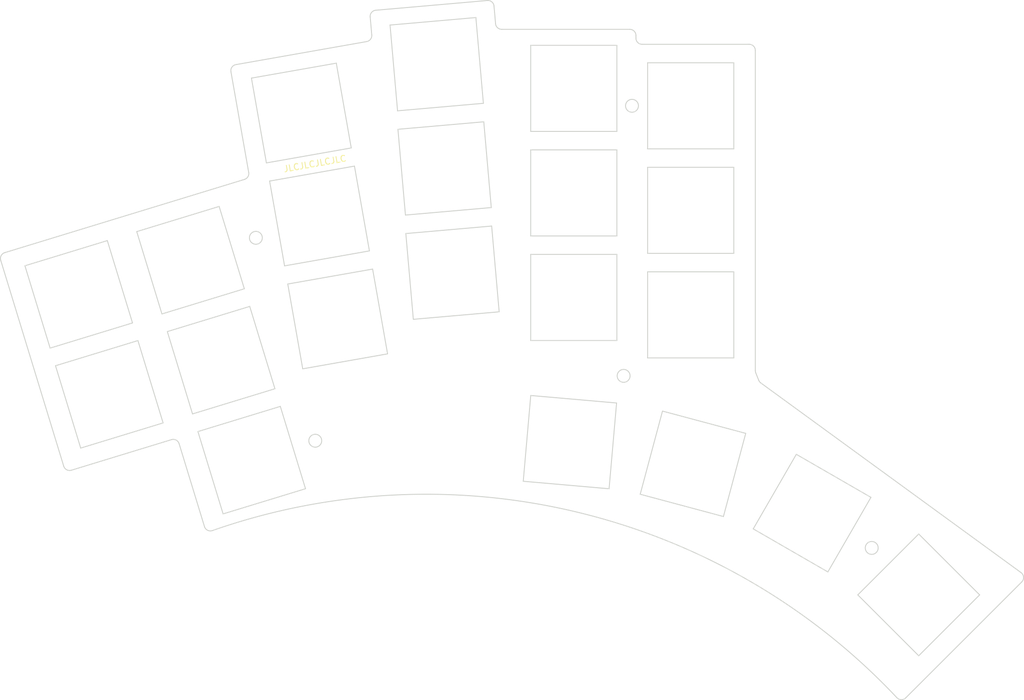
<source format=kicad_pcb>

            
(kicad_pcb (version 20211014) (generator pcbnew)

  (general
    (thickness 1.6)
  )

  (paper "A3")
  (title_block
    (title "porcupine_6x3_top_plate")
    (rev "v0.0.1")
    (company "Anarion")
  )

  (layers
    (0 "F.Cu" signal)
    (31 "B.Cu" signal)
    (32 "B.Adhes" user "B.Adhesive")
    (33 "F.Adhes" user "F.Adhesive")
    (34 "B.Paste" user)
    (35 "F.Paste" user)
    (36 "B.SilkS" user "B.Silkscreen")
    (37 "F.SilkS" user "F.Silkscreen")
    (38 "B.Mask" user)
    (39 "F.Mask" user)
    (40 "Dwgs.User" user "User.Drawings")
    (41 "Cmts.User" user "User.Comments")
    (42 "Eco1.User" user "User.Eco1")
    (43 "Eco2.User" user "User.Eco2")
    (44 "Edge.Cuts" user)
    (45 "Margin" user)
    (46 "B.CrtYd" user "B.Courtyard")
    (47 "F.CrtYd" user "F.Courtyard")
    (48 "B.Fab" user)
    (49 "F.Fab" user)
  )

  (setup
    (last_trace_width 0.25)
    (trace_clearance 0.2)
    (zone_clearance 0.508)
    (zone_45_only no)
    (trace_min 0.2)
    (via_size 0.8)
    (via_drill 0.4)
    (via_min_size 0.4)
    (via_min_drill 0.3)
    (uvia_size 0.3)
    (uvia_drill 0.1)
    (uvias_allowed no)
    (uvia_min_size 0.2)
    (uvia_min_drill 0.1)
    (edge_width 0.05)
    (segment_width 0.2)
    (pcb_text_width 0.3)
    (pcb_text_size 1.5 1.5)
    (mod_edge_width 0.12)
    (mod_text_size 1 1)
    (mod_text_width 0.15)
    (pad_size 1.524 1.524)
    (pad_drill 0.762)
    (pad_to_mask_clearance 0.05)
    (aux_axis_origin 0 0)
    (visible_elements FFFFFF7F)
    (pcbplotparams
      (layerselection 0x00010fc_ffffffff)
      (disableapertmacros false)
      (usegerberextensions false)
      (usegerberattributes true)
      (usegerberadvancedattributes true)
      (creategerberjobfile true)
      (svguseinch false)
      (svgprecision 6)
      (excludeedgelayer true)
      (plotframeref false)
      (viasonmask false)
      (mode 1)
      (useauxorigin false)
      (hpglpennumber 1)
      (hpglpenspeed 20)
      (hpglpendiameter 15.000000)
      (dxfpolygonmode true)
      (dxfimperialunits true)
      (dxfusepcbnewfont true)
      (psnegative false)
      (psa4output false)
      (plotreference true)
      (plotvalue true)
      (plotinvisibletext false)
      (sketchpadsonfab false)
      (subtractmaskfromsilk false)
      (outputformat 1)
      (mirror false)
      (drillshape 1)
      (scaleselection 1)
      (outputdirectory "")
    )
  )

            (net 0 "")
            
  (net_class Default "This is the default net class."
    (clearance 0.2)
    (trace_width 0.25)
    (via_dia 0.8)
    (via_drill 0.4)
    (uvia_dia 0.3)
    (uvia_drill 0.1)
    (add_net "")
  )

            
  (net_class Power "This is the power net class."
    (clearance 0.2)
    (trace_width 0.5)
    (via_dia 0.8)
    (via_drill 0.4)
    (uvia_dia 0.3)
    (uvia_drill 0.1)
    
  )

            
            (gr_text "JLCJLCJLCJLC" (at 173.27922189999998 97.1530294 10) (layer F.SilkS)
                (effects (font (size 1 1) (thickness 0.15) ) (justify left))
            )
        
            (gr_line (start 138.86850287868393 146.08339788849906) (end 155.12568375059772 141.1130789047931) (layer "Edge.Cuts") (width 0.15))
(gr_line (start 127.38681671165929 111.94879827991491) (end 137.61982637868394 145.41946478849906) (layer "Edge.Cuts") (width 0.15))
(gr_line (start 128.05074981165936 110.7001217799149) (end 166.9906777372163 98.7949911471105) (layer "Edge.Cuts") (width 0.15))
(gr_line (start 156.37436025059768 141.77701200479305) (end 160.49285977810226 155.24801720669473) (layer "Edge.Cuts") (width 0.15))
(gr_line (start 164.794914687541 81.28524671519892) (end 167.68311383721633 97.66503814711052) (layer "Edge.Cuts") (width 0.15))
(gr_line (start 165.60607428754102 80.12679071519892) (end 186.85563190501912 76.3799203565535) (layer "Edge.Cuts") (width 0.15))
(gr_line (start 188.330146035752 71.2862671541246) (end 206.4608895535126 69.70003263806576) (layer "Edge.Cuts") (width 0.15))
(gr_line (start 207.54423995351257 70.60907163806542) (end 207.79526473670603 73.47829779999984) (layer "Edge.Cuts") (width 0.15))
(gr_line (start 187.67817840501908 75.30795685655357) (end 187.42110703575207 72.36961755412449) (layer "Edge.Cuts") (width 0.15))
(gr_line (start 208.79145943670605 74.3911421) (end 229.6048262 74.3911421) (layer "Edge.Cuts") (width 0.15))
(gr_line (start 230.6048262 75.3911421) (end 230.6048262 75.8244754) (layer "Edge.Cuts") (width 0.15))
(gr_line (start 250.0048262 129.88189294999995) (end 250.0048262 77.8244754) (layer "Edge.Cuts") (width 0.15))
(gr_line (start 231.6048262 76.8244754) (end 249.0048262 76.8244754) (layer "Edge.Cuts") (width 0.15))
(gr_line (start 250.0763495 130.25328365000007) (end 250.55799810296773 131.45740515741932) (layer "Edge.Cuts") (width 0.15))
(gr_line (start 250.89722880296773 131.89396815741935) (end 293.1830240981611 162.7332787018389) (layer "Edge.Cuts") (width 0.15))
(gr_line (start 293.30088489816114 164.24833920183886) (end 274.44887409999995 183.10035) (layer "Edge.Cuts") (width 0.15))
(gr_arc (start 273.013116928676 183.07812902325304) (mid 221.42736785266263 152.9917944669328) (end 161.7798783735702 155.8993765568847) (layer "Edge.Cuts") (width 0.15))
(gr_arc (start 156.37436021164552 141.77701201670192) (mid 155.88752702873938 141.186436120099) (end 155.12568376250658 141.11307894374528) (layer "Edge.Cuts") (width 0.15))
(gr_arc (start 160.49285983895214 155.24801718809104) (mid 160.99760254763444 155.84788521715197) (end 161.77987838882314 155.89937660041062) (layer "Edge.Cuts") (width 0.15))
(gr_arc (start 273.0131169121078 183.07812903882612) (mid 273.7262923422515 183.39312345567197) (end 274.4488740811865 183.10034998118655) (layer "Edge.Cuts") (width 0.15))
(gr_arc (start 293.3008848793477 164.2483391830254) (mid 293.59076590345046 163.46367393289958) (end 293.18302408936376 162.73327871390154) (layer "Edge.Cuts") (width 0.15))
(gr_arc (start 250.55799811897901 131.4574051510148) (mid 250.69684366015184 131.69959628431394) (end 250.89722881176507 131.89396814535672) (layer "Edge.Cuts") (width 0.15))
(gr_arc (start 250.0048262 129.88189294999995) (mid 250.0228698150244 130.0710004802722) (end 250.07634951601133 130.25328364359552) (layer "Edge.Cuts") (width 0.15))
(gr_arc (start 250.0048262 77.8244754) (mid 249.71193298118655 77.11736861881344) (end 249.0048262 76.8244754) (layer "Edge.Cuts") (width 0.15))
(gr_arc (start 230.6048262 75.8244754) (mid 230.89771941881344 76.53158218118655) (end 231.6048262 76.8244754) (layer "Edge.Cuts") (width 0.15))
(gr_arc (start 230.6048262 75.3911421) (mid 230.31193298118654 74.68403531881344) (end 229.6048262 74.3911421) (layer "Edge.Cuts") (width 0.15))
(gr_arc (start 207.79526473488826 73.47829780015887) (mid 208.11586921333054 74.12841942236888) (end 208.79145943670605 74.3911421) (layer "Edge.Cuts") (width 0.15))
(gr_arc (start 207.54423995533034 70.60907163790638) (mid 207.19083289594852 69.93018292242647) (end 206.46088955335355 69.70003263624768) (layer "Edge.Cuts") (width 0.15))
(gr_arc (start 188.33014603559295 71.28626715230683) (mid 187.65125732011307 71.63967421168863) (end 187.42110703393425 72.36961755428352) (layer "Edge.Cuts") (width 0.15))
(gr_arc (start 186.85563189631026 76.37992030716305) (mid 187.47533703650845 76.00387399703268) (end 187.67817840683688 75.30795685639454) (layer "Edge.Cuts") (width 0.15))
(gr_arc (start 165.60607429624983 80.12679076458903) (mid 164.96057043531692 80.53802209018038) (end 164.79491473693113 81.28524670649011) (layer "Edge.Cuts") (width 0.15))
(gr_arc (start 166.9906777253074 98.79499110815824) (mid 167.55094620064105 98.36118491334288) (end 167.68311378782622 97.66503815581933) (layer "Edge.Cuts") (width 0.15))
(gr_arc (start 128.05074982356822 110.70012181886707) (mid 127.46017392696524 111.18695500177319) (end 127.38681675061149 111.94879826800603) (layer "Edge.Cuts") (width 0.15))
(gr_arc (start 137.61982641763612 145.4194647765902) (mid 138.10665960054223 146.01004067319315) (end 138.86850286677506 146.08339784954688) (layer "Edge.Cuts") (width 0.15))
(gr_line (start 140.38214960000002 142.48355429999998) (end 153.7704162 138.39035049999998) (layer "Edge.Cuts") (width 0.15))
(gr_line (start 153.7704162 138.39035049999998) (end 149.6772124 125.00208389999999) (layer "Edge.Cuts") (width 0.15))
(gr_line (start 149.6772124 125.00208389999999) (end 136.28894580000002 129.0952877) (layer "Edge.Cuts") (width 0.15))
(gr_line (start 136.28894580000002 129.0952877) (end 140.38214960000002 142.48355429999998) (layer "Edge.Cuts") (width 0.15))
(gr_line (start 135.41183060000003 126.22637339999999) (end 148.8000972 122.13316959999999) (layer "Edge.Cuts") (width 0.15))
(gr_line (start 148.8000972 122.13316959999999) (end 144.7068934 108.74490299999998) (layer "Edge.Cuts") (width 0.15))
(gr_line (start 144.7068934 108.74490299999998) (end 131.31862680000003 112.83810679999998) (layer "Edge.Cuts") (width 0.15))
(gr_line (start 131.31862680000003 112.83810679999998) (end 135.41183060000003 126.22637339999999) (layer "Edge.Cuts") (width 0.15))
(gr_line (start 163.52225900000002 153.1856728) (end 176.9105256 149.092469) (layer "Edge.Cuts") (width 0.15))
(gr_line (start 176.9105256 149.092469) (end 172.8173218 135.7042024) (layer "Edge.Cuts") (width 0.15))
(gr_line (start 172.8173218 135.7042024) (end 159.42905520000002 139.7974062) (layer "Edge.Cuts") (width 0.15))
(gr_line (start 159.42905520000002 139.7974062) (end 163.52225900000002 153.1856728) (layer "Edge.Cuts") (width 0.15))
(gr_line (start 158.55194000000003 136.92849189999998) (end 171.9402066 132.83528809999999) (layer "Edge.Cuts") (width 0.15))
(gr_line (start 171.9402066 132.83528809999999) (end 167.8470028 119.44702149999999) (layer "Edge.Cuts") (width 0.15))
(gr_line (start 167.8470028 119.44702149999999) (end 154.45873620000003 123.54022529999999) (layer "Edge.Cuts") (width 0.15))
(gr_line (start 154.45873620000003 123.54022529999999) (end 158.55194000000003 136.92849189999998) (layer "Edge.Cuts") (width 0.15))
(gr_line (start 153.58162100000004 120.67131099999999) (end 166.96988760000002 116.57810719999999) (layer "Edge.Cuts") (width 0.15))
(gr_line (start 166.96988760000002 116.57810719999999) (end 162.87668380000002 103.18984059999998) (layer "Edge.Cuts") (width 0.15))
(gr_line (start 162.87668380000002 103.18984059999998) (end 149.48841720000004 107.28304439999998) (layer "Edge.Cuts") (width 0.15))
(gr_line (start 149.48841720000004 107.28304439999998) (end 153.58162100000004 120.67131099999999) (layer "Edge.Cuts") (width 0.15))
(gr_line (start 176.46076829999998 129.59340179999998) (end 190.2480768 127.16232729999997) (layer "Edge.Cuts") (width 0.15))
(gr_line (start 190.2480768 127.16232729999997) (end 187.8170023 113.37501879999998) (layer "Edge.Cuts") (width 0.15))
(gr_line (start 187.8170023 113.37501879999998) (end 174.0296938 115.80609329999997) (layer "Edge.Cuts") (width 0.15))
(gr_line (start 174.0296938 115.80609329999997) (end 176.46076829999998 129.59340179999998) (layer "Edge.Cuts") (width 0.15))
(gr_line (start 173.50874929999998 112.85166999999998) (end 187.2960578 110.42059549999999) (layer "Edge.Cuts") (width 0.15))
(gr_line (start 187.2960578 110.42059549999999) (end 184.8649833 96.633287) (layer "Edge.Cuts") (width 0.15))
(gr_line (start 184.8649833 96.633287) (end 171.07767479999998 99.06436149999999) (layer "Edge.Cuts") (width 0.15))
(gr_line (start 171.07767479999998 99.06436149999999) (end 173.50874929999998 112.85166999999998) (layer "Edge.Cuts") (width 0.15))
(gr_line (start 170.55673029999997 96.10993819999999) (end 184.3440388 93.6788637) (layer "Edge.Cuts") (width 0.15))
(gr_line (start 184.3440388 93.6788637) (end 181.9129643 79.8915552) (layer "Edge.Cuts") (width 0.15))
(gr_line (start 181.9129643 79.8915552) (end 168.12565579999998 82.3226297) (layer "Edge.Cuts") (width 0.15))
(gr_line (start 168.12565579999998 82.3226297) (end 170.55673029999997 96.10993819999999) (layer "Edge.Cuts") (width 0.15))
(gr_line (start 194.4337576 121.5455541) (end 208.3804834 120.3253737) (layer "Edge.Cuts") (width 0.15))
(gr_line (start 208.3804834 120.3253737) (end 207.16030300000003 106.3786479) (layer "Edge.Cuts") (width 0.15))
(gr_line (start 207.16030300000003 106.3786479) (end 193.21357720000003 107.59882830000001) (layer "Edge.Cuts") (width 0.15))
(gr_line (start 193.21357720000003 107.59882830000001) (end 194.4337576 121.5455541) (layer "Edge.Cuts") (width 0.15))
(gr_line (start 193.15134890000002 104.5928131) (end 207.09807470000004 103.3726327) (layer "Edge.Cuts") (width 0.15))
(gr_line (start 207.09807470000004 103.3726327) (end 205.87789430000004 89.4259069) (layer "Edge.Cuts") (width 0.15))
(gr_line (start 205.87789430000004 89.4259069) (end 191.9311685 90.6460873) (layer "Edge.Cuts") (width 0.15))
(gr_line (start 191.9311685 90.6460873) (end 193.15134890000002 104.5928131) (layer "Edge.Cuts") (width 0.15))
(gr_line (start 191.86894020000003 87.6400721) (end 205.81566600000002 86.4198917) (layer "Edge.Cuts") (width 0.15))
(gr_line (start 205.81566600000002 86.4198917) (end 204.59548560000005 72.4731659) (layer "Edge.Cuts") (width 0.15))
(gr_line (start 204.59548560000005 72.4731659) (end 190.64875980000005 73.6933463) (layer "Edge.Cuts") (width 0.15))
(gr_line (start 190.64875980000005 73.6933463) (end 191.86894020000003 87.6400721) (layer "Edge.Cuts") (width 0.15))
(gr_line (start 213.5048262 124.99114209999999) (end 227.5048262 124.99114209999999) (layer "Edge.Cuts") (width 0.15))
(gr_line (start 227.5048262 124.99114209999999) (end 227.5048262 110.99114209999999) (layer "Edge.Cuts") (width 0.15))
(gr_line (start 227.5048262 110.99114209999999) (end 213.5048262 110.99114209999999) (layer "Edge.Cuts") (width 0.15))
(gr_line (start 213.5048262 110.99114209999999) (end 213.5048262 124.99114209999999) (layer "Edge.Cuts") (width 0.15))
(gr_line (start 213.5048262 107.99114209999999) (end 227.5048262 107.99114209999999) (layer "Edge.Cuts") (width 0.15))
(gr_line (start 227.5048262 107.99114209999999) (end 227.5048262 93.99114209999999) (layer "Edge.Cuts") (width 0.15))
(gr_line (start 227.5048262 93.99114209999999) (end 213.5048262 93.99114209999999) (layer "Edge.Cuts") (width 0.15))
(gr_line (start 213.5048262 93.99114209999999) (end 213.5048262 107.99114209999999) (layer "Edge.Cuts") (width 0.15))
(gr_line (start 213.5048262 90.99114209999999) (end 227.5048262 90.99114209999999) (layer "Edge.Cuts") (width 0.15))
(gr_line (start 227.5048262 90.99114209999999) (end 227.5048262 76.99114209999999) (layer "Edge.Cuts") (width 0.15))
(gr_line (start 227.5048262 76.99114209999999) (end 213.5048262 76.99114209999999) (layer "Edge.Cuts") (width 0.15))
(gr_line (start 213.5048262 76.99114209999999) (end 213.5048262 90.99114209999999) (layer "Edge.Cuts") (width 0.15))
(gr_line (start 232.5048262 127.8244754) (end 246.5048262 127.8244754) (layer "Edge.Cuts") (width 0.15))
(gr_line (start 246.5048262 127.8244754) (end 246.5048262 113.8244754) (layer "Edge.Cuts") (width 0.15))
(gr_line (start 246.5048262 113.8244754) (end 232.5048262 113.8244754) (layer "Edge.Cuts") (width 0.15))
(gr_line (start 232.5048262 113.8244754) (end 232.5048262 127.8244754) (layer "Edge.Cuts") (width 0.15))
(gr_line (start 232.5048262 110.8244754) (end 246.5048262 110.8244754) (layer "Edge.Cuts") (width 0.15))
(gr_line (start 246.5048262 110.8244754) (end 246.5048262 96.8244754) (layer "Edge.Cuts") (width 0.15))
(gr_line (start 246.5048262 96.8244754) (end 232.5048262 96.8244754) (layer "Edge.Cuts") (width 0.15))
(gr_line (start 232.5048262 96.8244754) (end 232.5048262 110.8244754) (layer "Edge.Cuts") (width 0.15))
(gr_line (start 232.5048262 93.8244754) (end 246.5048262 93.8244754) (layer "Edge.Cuts") (width 0.15))
(gr_line (start 246.5048262 93.8244754) (end 246.5048262 79.8244754) (layer "Edge.Cuts") (width 0.15))
(gr_line (start 246.5048262 79.8244754) (end 232.5048262 79.8244754) (layer "Edge.Cuts") (width 0.15))
(gr_line (start 232.5048262 79.8244754) (end 232.5048262 93.8244754) (layer "Edge.Cuts") (width 0.15))
(gr_line (start 212.29398759999998 147.8806701) (end 226.2407134 149.10085049999998) (layer "Edge.Cuts") (width 0.15))
(gr_line (start 226.2407134 149.10085049999998) (end 227.4608938 135.15412469999998) (layer "Edge.Cuts") (width 0.15))
(gr_line (start 227.4608938 135.15412469999998) (end 213.51416799999998 133.9339443) (layer "Edge.Cuts") (width 0.15))
(gr_line (start 213.51416799999998 133.9339443) (end 212.29398759999998 147.8806701) (layer "Edge.Cuts") (width 0.15))
(gr_line (start 231.29793229999999 149.99257459999998) (end 244.8208939 153.61604119999998) (layer "Edge.Cuts") (width 0.15))
(gr_line (start 244.8208939 153.61604119999998) (end 248.4443605 140.09307959999998) (layer "Edge.Cuts") (width 0.15))
(gr_line (start 248.4443605 140.09307959999998) (end 234.92139889999999 136.46961299999998) (layer "Edge.Cuts") (width 0.15))
(gr_line (start 234.92139889999999 136.46961299999998) (end 231.29793229999999 149.99257459999998) (layer "Edge.Cuts") (width 0.15))
(gr_line (start 261.7909386 162.6231913) (end 268.7909386 150.4988357) (layer "Edge.Cuts") (width 0.15))
(gr_line (start 268.7909386 150.4988357) (end 256.66658299999995 143.4988357) (layer "Edge.Cuts") (width 0.15))
(gr_line (start 256.66658299999995 143.4988357) (end 249.66658299999997 155.6231913) (layer "Edge.Cuts") (width 0.15))
(gr_line (start 249.66658299999997 155.6231913) (end 261.7909386 162.6231913) (layer "Edge.Cuts") (width 0.15))
(gr_line (start 276.5556842 176.25592440000003) (end 286.45517909999995 166.35642950000002) (layer "Edge.Cuts") (width 0.15))
(gr_line (start 286.45517909999995 166.35642950000002) (end 276.5556842 156.4569346) (layer "Edge.Cuts") (width 0.15))
(gr_line (start 276.5556842 156.4569346) (end 266.6561893 166.35642950000002) (layer "Edge.Cuts") (width 0.15))
(gr_line (start 266.6561893 166.35642950000002) (end 276.5556842 176.25592440000003) (layer "Edge.Cuts") (width 0.15))
(gr_circle (center 168.84614449999998 108.29205199999998) (end 169.8961445 108.29205199999998) (layer "Edge.Cuts") (width 0.15))
(gr_circle (center 178.49788180000002 141.2873232) (end 179.54788180000003 141.2873232) (layer "Edge.Cuts") (width 0.15))
(gr_circle (center 229.9648262 86.8244754) (end 231.01482620000002 86.8244754) (layer "Edge.Cuts") (width 0.15))
(gr_circle (center 228.6048262 130.7411421) (end 229.6548262 130.7411421) (layer "Edge.Cuts") (width 0.15))
(gr_circle (center 268.918931 158.71967630000003) (end 269.968931 158.71967630000003) (layer "Edge.Cuts") (width 0.15))
            
)

        
</source>
